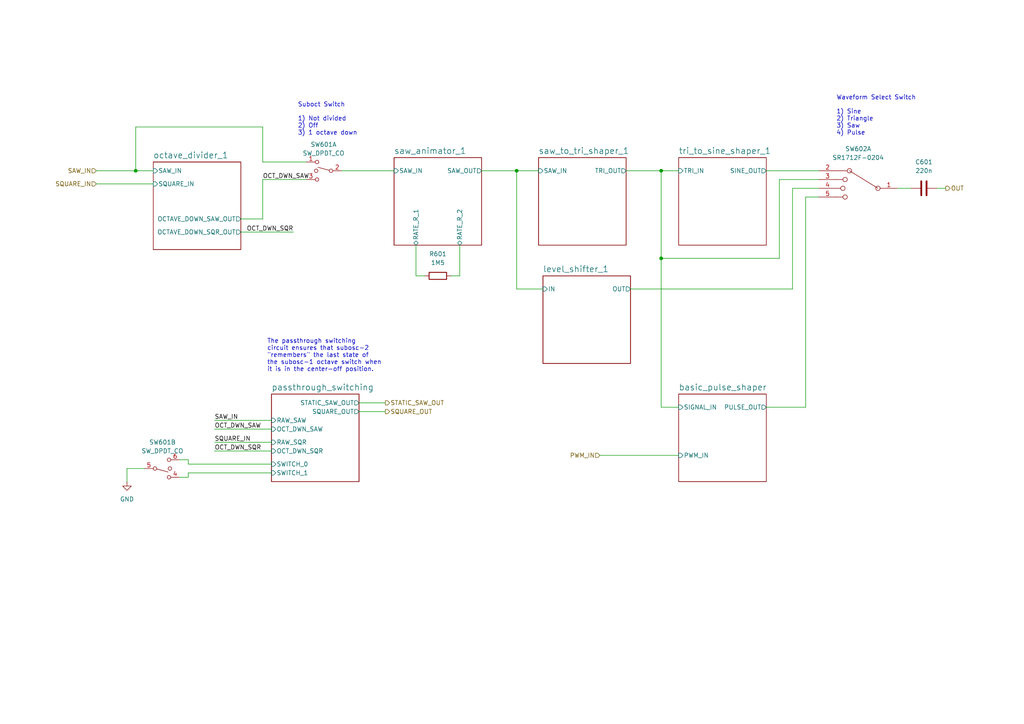
<source format=kicad_sch>
(kicad_sch (version 20211123) (generator eeschema)
  (paper "A4")
  (title_block (title "Josh Ox Ribon Synth Main VCO board") (date "2022-06-18") (rev "0") (comment 2 "creativecommons.org/licences/by/4.0") (comment 3 "license: CC by 4.0") (comment 4 "Author: Jordan Acete"))
  (lib_symbols
    (symbol "Device:C" (pin_numbers hide) (pin_names (offset 0.254))
      (property "Reference" "C" (at 0.635 2.54 0))
      (property "Value" "C" (at 0.635 -2.54 0))
      (symbol "C_0_1"
        (polyline (pts (xy -2.032 -0.762) (xy 2.032 -0.762)) (stroke (width 0.508)))
        (polyline (pts (xy -2.032 0.762) (xy 2.032 0.762)) (stroke (width 0.508)))
      )
      (symbol "C_1_1"
        (pin passive line (at 0 3.81 270) (length 2.794) (name "~") (number "1"))
        (pin passive line (at 0 -3.81 90) (length 2.794) (name "~") (number "2"))
      )
    )
    (symbol "Device:R" (pin_numbers hide) (pin_names (offset 0))
      (property "Reference" "R" (at 2.032 0 90))
      (property "Value" "R" (at 0 0 90))
      (symbol "R_0_1"
        (rectangle (start -1.016 -2.54) (end 1.016 2.54) (stroke (width 0.254)))
      )
      (symbol "R_1_1"
        (pin passive line (at 0 3.81 270) (length 1.27) (name "~") (number "1"))
        (pin passive line (at 0 -3.81 90) (length 1.27) (name "~") (number "2"))
      )
    )
    (symbol "custom_symbols:SR1712F-0204" (pin_names (offset 1.016) hide)
      (property "Reference" "SW?" (at 1.27 11.43 0))
      (property "Value" "SR1712F-0204" (at 1.27 8.89 0))
      (symbol "SR1712F-0204_0_0"
        (circle (center -4.445 0) (radius 0.635))
        (polyline (pts (xy -4.445 0) (xy 3.81 5.08)))
        (polyline (pts (xy 4.445 5.08) (xy 7.62 5.08)))
        (polyline (pts (xy 5.715 -2.54) (xy 7.62 -2.54)))
        (polyline (pts (xy 5.715 2.54) (xy 7.62 2.54)))
        (polyline (pts (xy 6.35 0) (xy 7.62 0)))
        (circle (center 3.81 5.08) (radius 0.635))
        (circle (center 5.08 -2.54) (radius 0.635))
        (circle (center 5.08 2.54) (radius 0.635))
        (circle (center 5.715 0) (radius 0.635))
      )
      (symbol "SR1712F-0204_1_1"
        (pin passive line (at -10.16 0 0) (length 5.08) (name "1") (number "1"))
        (pin passive line (at 12.7 5.08 180) (length 5.08) (name "2") (number "2"))
        (pin passive line (at 12.7 2.54 180) (length 5.08) (name "3") (number "3"))
        (pin passive line (at 12.7 0 180) (length 5.08) (name "4") (number "4"))
        (pin passive line (at 12.7 -2.54 180) (length 5.08) (name "5") (number "5"))
      )
      (symbol "SR1712F-0204_2_1"
        (pin passive line (at -10.16 0 0) (length 5.08) (name "10") (number "10"))
        (pin passive line (at 12.7 5.08 180) (length 5.08) (name "6") (number "6"))
        (pin passive line (at 12.7 2.54 180) (length 5.08) (name "7") (number "7"))
        (pin passive line (at 12.7 0 180) (length 5.08) (name "8") (number "8"))
        (pin passive line (at 12.7 -2.54 180) (length 5.08) (name "9") (number "9"))
      )
    )
    (symbol "custom_symbols:SW_DPDT_CO" (pin_names (offset 0) hide)
      (property "Reference" "SW" (at 0 5.08 0))
      (property "Value" "SW_DPDT_CO" (at 0 -5.08 0))
      (symbol "SW_DPDT_CO_0_0"
        (circle (center -2.032 0) (radius 0.508))
        (polyline (pts (xy -1.524 0.127) (xy 1.778 1.016)))
        (circle (center 2.032 -2.54) (radius 0.508))
      )
      (symbol "SW_DPDT_CO_0_1"
        (circle (center 2.032 2.54) (radius 0.508))
        (circle (center 2.286 0) (radius 0.508))
      )
      (symbol "SW_DPDT_CO_1_1"
        (pin passive line (at 5.08 2.54 180) (length 2.54) (name "1") (number "1"))
        (pin passive line (at -5.08 0 0) (length 2.54) (name "2") (number "2"))
        (pin passive line (at 5.08 -2.54 180) (length 2.54) (name "3") (number "3"))
      )
      (symbol "SW_DPDT_CO_2_1"
        (pin passive line (at 5.08 2.54 180) (length 2.54) (name "4") (number "4"))
        (pin passive line (at -5.08 0 0) (length 2.54) (name "5") (number "5"))
        (pin passive line (at 5.08 -2.54 180) (length 2.54) (name "6") (number "6"))
      )
    )
    (symbol "power:GND" (power) (pin_names (offset 0))
      (property "Value" "GND" (at 0 -3.81 0))
      (symbol "GND_0_1"
        (polyline (pts (xy 0 0) (xy 0 -1.27) (xy 1.27 -1.27) (xy 0 -2.54) (xy -1.27 -1.27) (xy 0 -1.27)))
      )
      (symbol "GND_1_1"
        (pin power_in line (at 0 0 270) (length 0) hide (name "GND") (number "1"))
      )
    )
  )
  (junction (at 149.86 49.53))
  (junction (at 191.77 74.93))
  (junction (at 191.77 49.53))
  (junction (at 39.37 49.53))
  (wire (pts (xy 52.07 138.43) (xy 54.61 138.43)))
  (wire (pts (xy 226.06 52.07) (xy 226.06 74.93)))
  (wire (pts (xy 181.61 49.53) (xy 191.77 49.53)))
  (wire (pts (xy 39.37 49.53) (xy 44.45 49.53)))
  (wire (pts (xy 233.68 118.11) (xy 233.68 57.15)))
  (wire (pts (xy 191.77 49.53) (xy 196.85 49.53)))
  (wire (pts (xy 62.23 121.92) (xy 78.74 121.92)))
  (wire (pts (xy 54.61 134.62) (xy 78.74 134.62)))
  (wire (pts (xy 104.14 119.38) (xy 111.76 119.38)))
  (wire (pts (xy 69.85 63.5) (xy 76.2 63.5)))
  (wire (pts (xy 62.23 128.27) (xy 78.74 128.27)))
  (wire (pts (xy 149.86 49.53) (xy 156.21 49.53)))
  (wire (pts (xy 237.49 52.07) (xy 226.06 52.07)))
  (wire (pts (xy 36.83 135.89) (xy 41.91 135.89)))
  (wire (pts (xy 271.78 54.61) (xy 274.32 54.61)))
  (wire (pts (xy 120.65 80.01) (xy 123.19 80.01)))
  (wire (pts (xy 36.83 135.89) (xy 36.83 139.7)))
  (wire (pts (xy 222.25 118.11) (xy 233.68 118.11)))
  (wire (pts (xy 191.77 74.93) (xy 191.77 118.11)))
  (wire (pts (xy 62.23 130.81) (xy 78.74 130.81)))
  (wire (pts (xy 182.88 83.82) (xy 229.87 83.82)))
  (wire (pts (xy 120.65 71.12) (xy 120.65 80.01)))
  (wire (pts (xy 229.87 83.82) (xy 229.87 54.61)))
  (wire (pts (xy 133.35 80.01) (xy 130.81 80.01)))
  (wire (pts (xy 222.25 49.53) (xy 237.49 49.53)))
  (wire (pts (xy 39.37 49.53) (xy 39.37 36.83)))
  (wire (pts (xy 229.87 54.61) (xy 237.49 54.61)))
  (wire (pts (xy 99.06 49.53) (xy 114.3 49.53)))
  (wire (pts (xy 76.2 52.07) (xy 88.9 52.07)))
  (wire (pts (xy 191.77 118.11) (xy 196.85 118.11)))
  (wire (pts (xy 191.77 49.53) (xy 191.77 74.93)))
  (wire (pts (xy 76.2 46.99) (xy 88.9 46.99)))
  (wire (pts (xy 62.23 124.46) (xy 78.74 124.46)))
  (wire (pts (xy 69.85 67.31) (xy 85.09 67.31)))
  (wire (pts (xy 27.94 49.53) (xy 39.37 49.53)))
  (wire (pts (xy 54.61 133.35) (xy 52.07 133.35)))
  (wire (pts (xy 260.35 54.61) (xy 264.16 54.61)))
  (wire (pts (xy 233.68 57.15) (xy 237.49 57.15)))
  (wire (pts (xy 149.86 83.82) (xy 149.86 49.53)))
  (wire (pts (xy 173.99 132.08) (xy 196.85 132.08)))
  (wire (pts (xy 27.94 53.34) (xy 44.45 53.34)))
  (wire (pts (xy 226.06 74.93) (xy 191.77 74.93)))
  (wire (pts (xy 39.37 36.83) (xy 76.2 36.83)))
  (wire (pts (xy 139.7 49.53) (xy 149.86 49.53)))
  (wire (pts (xy 54.61 137.16) (xy 54.61 138.43)))
  (wire (pts (xy 76.2 63.5) (xy 76.2 52.07)))
  (wire (pts (xy 78.74 137.16) (xy 54.61 137.16)))
  (wire (pts (xy 76.2 36.83) (xy 76.2 46.99)))
  (wire (pts (xy 54.61 134.62) (xy 54.61 133.35)))
  (wire (pts (xy 104.14 116.84) (xy 111.76 116.84)))
  (wire (pts (xy 157.48 83.82) (xy 149.86 83.82)))
  (wire (pts (xy 133.35 71.12) (xy 133.35 80.01)))
  (text "Waveform Select Switch\n\n1) Sine\n2) Triangle\n3) Saw\n4) Pulse" (at 242.57 39.37 0) (effects (font (size 1.27 1.27)) (justify left bottom)))
  (text "Suboct Switch\n\n1) Not divided\n2) Off\n3) 1 octave down" (at 86.36 39.37 0) (effects (font (size 1.27 1.27)) (justify left bottom)))
  (text "The passthrough switching\ncircuit ensures that subosc-2 \n\"remembers\" the last state of \nthe subosc-1 octave switch when \nit is in the center-off position." (at 77.47 107.95 0) (effects (font (size 1.27 1.27)) (justify left bottom)))
  (label "OCT_DWN_SQR" (at 85.09 67.31 180))
  (label "OCT_DWN_SAW" (at 62.23 124.46 0))
  (label "OCT_DWN_SQR" (at 62.23 130.81 0))
  (label "OCT_DWN_SAW" (at 76.2 52.07 0))
  (label "SAW_IN" (at 62.23 121.92 0))
  (label "SQUARE_IN" (at 62.23 128.27 0))
  (hierarchical_label "SAW_IN" (shape input) (at 27.94 49.53 180))
  (hierarchical_label "STATIC_SAW_OUT" (shape output) (at 111.76 116.84 0))
  (hierarchical_label "OUT" (shape output) (at 274.32 54.61 0))
  (hierarchical_label "PWM_IN" (shape input) (at 173.99 132.08 180))
  (hierarchical_label "SQUARE_OUT" (shape output) (at 111.76 119.38 0))
  (hierarchical_label "SQUARE_IN" (shape input) (at 27.94 53.34 180))
  (symbol (lib_id "custom_symbols:SW_DPDT_CO") (at 46.99 135.89 0) (mirror x) (unit 2)
    (property "Reference" "SW601" (at 47.117 128.27 0))
    (property "Value" "SW_DPDT_CO" (at 47.117 130.81 0))
    (property "Footprint" "custom_footprints:DPDT_mini_toggle" (effects hide))
  )
  (symbol (lib_id "custom_symbols:SR1712F-0204") (at 250.19 54.61 0) (mirror y) (unit 1)
    (property "Reference" "SW602" (at 248.92 43.18 0))
    (property "Value" "SR1712F-0204" (at 248.92 45.72 0))
    (property "Footprint" "custom_footprints:SR1712F_rotary_switch" (effects hide))
  )
  (symbol (lib_id "custom_symbols:SW_DPDT_CO") (at 93.98 49.53 0) (mirror y) (unit 1)
    (property "Reference" "SW601" (at 93.853 41.91 0))
    (property "Value" "SW_DPDT_CO" (at 93.853 44.45 0))
    (property "Footprint" "custom_footprints:DPDT_mini_toggle" (effects hide))
  )
  (symbol (lib_id "power:GND") (at 36.83 139.7 0) (unit 1)
    (property "Reference" "#PWR0601" (effects hide))
    (property "Value" "GND" (at 36.83 144.78 0))
  )
  (symbol (lib_id "Device:R") (at 127 80.01 90) (unit 1)
    (property "Reference" "R601" (at 127 73.66 90))
    (property "Value" "1M5" (at 127 76.2 90))
    (property "Footprint" "Resistor_SMD:R_0805_2012Metric" (effects hide))
  )
  (symbol (lib_id "Device:C") (at 267.97 54.61 90) (unit 1)
    (property "Reference" "C601" (at 267.97 46.99 90))
    (property "Value" "220n" (at 267.97 49.53 90))
    (property "Footprint" "Capacitor_THT:C_Rect_L7.0mm_W2.5mm_P5.00mm" (effects hide))
  )
  (sheet (at 78.74 114.3) (size 25.4 25.4) (stroke (width 0.1524))
    (property "Sheet name" "passthrough_switching" (at 78.74 113.3484 0) (effects (font (size 1.75 1.75)) (justify left bottom)))
    (property "Sheet file" "passthrough_switching.kicad_sch" (effects hide))
    (pin "RAW_SQR" input (at 78.74 128.27 180))
    (pin "RAW_SAW" input (at 78.74 121.92 180))
    (pin "OCT_DWN_SAW" input (at 78.74 124.46 180))
    (pin "OCT_DWN_SQR" input (at 78.74 130.81 180))
    (pin "SWITCH_0" input (at 78.74 134.62 180))
    (pin "SWITCH_1" input (at 78.74 137.16 180))
    (pin "STATIC_SAW_OUT" output (at 104.14 116.84 0))
    (pin "SQUARE_OUT" output (at 104.14 119.38 0))
  )
  (sheet (at 196.85 45.72) (size 25.4 25.4) (stroke (width 0.1524))
    (property "Sheet name" "tri_to_sine_shaper_1" (at 196.85 44.7684 0) (effects (font (size 1.75 1.75)) (justify left bottom)))
    (property "Sheet file" "tri_to_sine_shaper.kicad_sch" (effects hide))
    (pin "TRI_IN" input (at 196.85 49.53 180))
    (pin "SINE_OUT" output (at 222.25 49.53 0))
  )
  (sheet (at 156.21 45.72) (size 25.4 25.4) (stroke (width 0.1524))
    (property "Sheet name" "saw_to_tri_shaper_1" (at 156.21 44.7684 0) (effects (font (size 1.75 1.75)) (justify left bottom)))
    (property "Sheet file" "saw_to_tri_shaper.kicad_sch" (effects hide))
    (pin "SAW_IN" input (at 156.21 49.53 180))
    (pin "TRI_OUT" output (at 181.61 49.53 0))
  )
  (sheet (at 44.45 46.99) (size 25.4 25.4) (stroke (width 0.1524))
    (property "Sheet name" "octave_divider_1" (at 44.45 46.0384 0) (effects (font (size 1.75 1.75)) (justify left bottom)))
    (property "Sheet file" "octave_divider.kicad_sch" (effects hide))
    (pin "OCTAVE_DOWN_SAW_OUT" output (at 69.85 63.5 0))
    (pin "OCTAVE_DOWN_SQR_OUT" output (at 69.85 67.31 0))
    (pin "SQUARE_IN" input (at 44.45 53.34 180))
    (pin "SAW_IN" input (at 44.45 49.53 180))
  )
  (sheet (at 157.48 80.01) (size 25.4 25.4) (stroke (width 0.1524))
    (property "Sheet name" "level_shifter_1" (at 157.48 79.0584 0) (effects (font (size 1.75 1.75)) (justify left bottom)))
    (property "Sheet file" "level_shifter.kicad_sch" (effects hide))
    (pin "OUT" output (at 182.88 83.82 0))
    (pin "IN" input (at 157.48 83.82 180))
  )
  (sheet (at 114.3 45.72) (size 25.4 25.4) (stroke (width 0.1524))
    (property "Sheet name" "saw_animator_1" (at 114.3 44.7684 0) (effects (font (size 1.75 1.75)) (justify left bottom)))
    (property "Sheet file" "saw_animator.kicad_sch" (effects hide))
    (pin "SAW_OUT" output (at 139.7 49.53 0))
    (pin "SAW_IN" input (at 114.3 49.53 180))
    (pin "RATE_R_2" bidirectional (at 133.35 71.12 270))
    (pin "RATE_R_1" bidirectional (at 120.65 71.12 270))
  )
  (sheet (at 196.85 114.3) (size 25.4 25.4) (stroke (width 0.1524))
    (property "Sheet name" "basic_pulse_shaper" (at 196.85 113.3484 0) (effects (font (size 1.75 1.75)) (justify left bottom)))
    (property "Sheet file" "basic_pulse_shaper.kicad_sch" (effects hide))
    (pin "PULSE_OUT" output (at 222.25 118.11 0))
    (pin "SIGNAL_IN" input (at 196.85 118.11 180))
    (pin "PWM_IN" input (at 196.85 132.08 180))
  )
)
</source>
